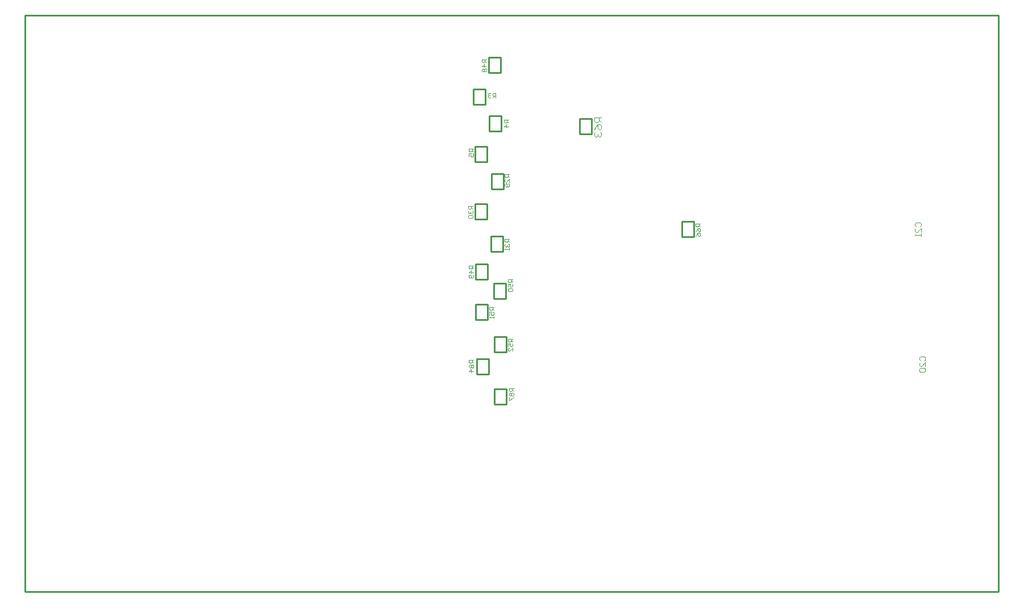
<source format=gbo>
G04 Layer_Color=32896*
%FSLAX44Y44*%
%MOMM*%
G71*
G01*
G75*
%ADD42C,0.2540*%
%ADD91C,0.0864*%
%ADD93C,0.0553*%
%ADD98C,0.0691*%
D42*
X970788Y533146D02*
Y556006D01*
X953008D02*
X970788D01*
X953008Y533146D02*
Y556006D01*
Y533146D02*
X970788D01*
X926338Y578612D02*
Y601472D01*
Y578612D02*
X944118D01*
Y601472D01*
X926338D02*
X944118D01*
X1232662Y783082D02*
Y805942D01*
Y783082D02*
X1250442D01*
Y805942D01*
X1232662D02*
X1250442D01*
X1097788Y936244D02*
Y959104D01*
X1080008D02*
X1097788D01*
X1080008Y936244D02*
Y959104D01*
Y936244D02*
X1097788D01*
X952754Y611632D02*
Y634492D01*
Y611632D02*
X970534D01*
Y634492D01*
X952754D02*
X970534D01*
X925195Y659257D02*
Y682117D01*
Y659257D02*
X942975D01*
Y682117D01*
X925195D02*
X942975D01*
X952119Y690880D02*
Y713740D01*
Y690880D02*
X969899D01*
Y713740D01*
X952119D02*
X969899D01*
X925449Y719582D02*
Y742442D01*
Y719582D02*
X943229D01*
Y742442D01*
X925449D02*
X943229D01*
X944626Y1027811D02*
Y1050671D01*
Y1027811D02*
X962406D01*
Y1050671D01*
X944626D02*
X962406D01*
X948055Y761492D02*
Y784352D01*
Y761492D02*
X965835D01*
Y784352D01*
X948055D02*
X965835D01*
X924179Y809752D02*
Y832612D01*
Y809752D02*
X941959D01*
Y832612D01*
X924179D02*
X941959D01*
X948563Y854456D02*
Y877316D01*
Y854456D02*
X966343D01*
Y877316D01*
X948563D02*
X966343D01*
X924433Y895350D02*
Y918210D01*
Y895350D02*
X942213D01*
Y918210D01*
X924433D02*
X942213D01*
X945388Y940816D02*
Y963676D01*
Y940816D02*
X963168D01*
Y963676D01*
X945388D02*
X963168D01*
X921512Y980059D02*
Y1002919D01*
Y980059D02*
X939292D01*
Y1002919D01*
X921512D02*
X939292D01*
X254000Y254000D02*
X1703837D01*
X1704088Y254251D01*
Y1113539D01*
X1704340Y1113790D01*
X254000D02*
X1704340D01*
X254000Y254000D02*
Y1113790D01*
D91*
X1112520Y961390D02*
X1101729D01*
Y955994D01*
X1103527Y954196D01*
X1107124D01*
X1108923Y955994D01*
Y961390D01*
Y957793D02*
X1112520Y954196D01*
X1101729Y943404D02*
X1103527Y947001D01*
X1107124Y950599D01*
X1110721D01*
X1112520Y948800D01*
Y945203D01*
X1110721Y943404D01*
X1108923D01*
X1107124Y945203D01*
Y950599D01*
X1103527Y939807D02*
X1101729Y938008D01*
Y934411D01*
X1103527Y932613D01*
X1105326D01*
X1107124Y934411D01*
Y936210D01*
Y934411D01*
X1108923Y932613D01*
X1110721D01*
X1112520Y934411D01*
Y938008D01*
X1110721Y939807D01*
D93*
X941070Y1047750D02*
X934163D01*
Y1044297D01*
X935314Y1043146D01*
X937617D01*
X938768Y1044297D01*
Y1047750D01*
Y1045448D02*
X941070Y1043146D01*
Y1037390D02*
X934163D01*
X937617Y1040843D01*
Y1036239D01*
X935314Y1033937D02*
X934163Y1032786D01*
Y1030484D01*
X935314Y1029333D01*
X936466D01*
X937617Y1030484D01*
X938768Y1029333D01*
X939919D01*
X941070Y1030484D01*
Y1032786D01*
X939919Y1033937D01*
X938768D01*
X937617Y1032786D01*
X936466Y1033937D01*
X935314D01*
X937617Y1032786D02*
Y1030484D01*
X1259840Y802640D02*
X1252933D01*
Y799187D01*
X1254084Y798036D01*
X1256387D01*
X1257538Y799187D01*
Y802640D01*
Y800338D02*
X1259840Y798036D01*
X1252933Y791129D02*
X1254084Y793431D01*
X1256387Y795733D01*
X1258689D01*
X1259840Y794582D01*
Y792280D01*
X1258689Y791129D01*
X1257538D01*
X1256387Y792280D01*
Y795733D01*
X1252933Y784222D02*
X1254084Y786525D01*
X1256387Y788827D01*
X1258689D01*
X1259840Y787676D01*
Y785374D01*
X1258689Y784222D01*
X1257538D01*
X1256387Y785374D01*
Y788827D01*
X955040Y990600D02*
Y997507D01*
X951587D01*
X950436Y996356D01*
Y994053D01*
X951587Y992902D01*
X955040D01*
X952738D02*
X950436Y990600D01*
X948133Y996356D02*
X946982Y997507D01*
X944680D01*
X943529Y996356D01*
Y995204D01*
X944680Y994053D01*
X945831D01*
X944680D01*
X943529Y992902D01*
Y991751D01*
X944680Y990600D01*
X946982D01*
X948133Y991751D01*
X974090Y957580D02*
X967183D01*
Y954127D01*
X968335Y952976D01*
X970637D01*
X971788Y954127D01*
Y957580D01*
Y955278D02*
X974090Y952976D01*
Y947220D02*
X967183D01*
X970637Y950673D01*
Y946069D01*
X922020Y914400D02*
X915113D01*
Y910947D01*
X916264Y909796D01*
X918567D01*
X919718Y910947D01*
Y914400D01*
Y912098D02*
X922020Y909796D01*
X915113Y902889D02*
Y907493D01*
X918567D01*
X917416Y905191D01*
Y904040D01*
X918567Y902889D01*
X920869D01*
X922020Y904040D01*
Y906342D01*
X920869Y907493D01*
X975360Y876300D02*
X968453D01*
Y872847D01*
X969604Y871696D01*
X971907D01*
X973058Y872847D01*
Y876300D01*
Y873998D02*
X975360Y871696D01*
Y864789D02*
Y869393D01*
X970756Y864789D01*
X969604D01*
X968453Y865940D01*
Y868242D01*
X969604Y869393D01*
X974209Y862487D02*
X975360Y861336D01*
Y859034D01*
X974209Y857883D01*
X969604D01*
X968453Y859034D01*
Y861336D01*
X969604Y862487D01*
X970756D01*
X971907Y861336D01*
Y857883D01*
X920750Y829310D02*
X913843D01*
Y825857D01*
X914995Y824706D01*
X917297D01*
X918448Y825857D01*
Y829310D01*
Y827008D02*
X920750Y824706D01*
X914995Y822403D02*
X913843Y821252D01*
Y818950D01*
X914995Y817799D01*
X916146D01*
X917297Y818950D01*
Y820101D01*
Y818950D01*
X918448Y817799D01*
X919599D01*
X920750Y818950D01*
Y821252D01*
X919599Y822403D01*
X914995Y815497D02*
X913843Y814346D01*
Y812044D01*
X914995Y810892D01*
X919599D01*
X920750Y812044D01*
Y814346D01*
X919599Y815497D01*
X914995D01*
X975360Y779780D02*
X968453D01*
Y776327D01*
X969604Y775176D01*
X971907D01*
X973058Y776327D01*
Y779780D01*
Y777478D02*
X975360Y775176D01*
X969604Y772873D02*
X968453Y771722D01*
Y769420D01*
X969604Y768269D01*
X970756D01*
X971907Y769420D01*
Y770571D01*
Y769420D01*
X973058Y768269D01*
X974209D01*
X975360Y769420D01*
Y771722D01*
X974209Y772873D01*
X975360Y765967D02*
Y763665D01*
Y764816D01*
X968453D01*
X969604Y765967D01*
X922020Y740410D02*
X915113D01*
Y736957D01*
X916264Y735806D01*
X918567D01*
X919718Y736957D01*
Y740410D01*
Y738108D02*
X922020Y735806D01*
Y730050D02*
X915113D01*
X918567Y733503D01*
Y728899D01*
X920869Y726597D02*
X922020Y725446D01*
Y723144D01*
X920869Y721992D01*
X916264D01*
X915113Y723144D01*
Y725446D01*
X916264Y726597D01*
X917416D01*
X918567Y725446D01*
Y721992D01*
X980440Y720090D02*
X973533D01*
Y716637D01*
X974685Y715486D01*
X976987D01*
X978138Y716637D01*
Y720090D01*
Y717788D02*
X980440Y715486D01*
X973533Y708579D02*
Y713183D01*
X976987D01*
X975836Y710881D01*
Y709730D01*
X976987Y708579D01*
X979289D01*
X980440Y709730D01*
Y712032D01*
X979289Y713183D01*
X974685Y706277D02*
X973533Y705126D01*
Y702824D01*
X974685Y701673D01*
X979289D01*
X980440Y702824D01*
Y705126D01*
X979289Y706277D01*
X974685D01*
X952500Y678180D02*
X945593D01*
Y674727D01*
X946745Y673576D01*
X949047D01*
X950198Y674727D01*
Y678180D01*
Y675878D02*
X952500Y673576D01*
X945593Y666669D02*
Y671273D01*
X949047D01*
X947896Y668971D01*
Y667820D01*
X949047Y666669D01*
X951349D01*
X952500Y667820D01*
Y670122D01*
X951349Y671273D01*
X952500Y664367D02*
Y662065D01*
Y663216D01*
X945593D01*
X946745Y664367D01*
X980440Y631190D02*
X973533D01*
Y627737D01*
X974685Y626586D01*
X976987D01*
X978138Y627737D01*
Y631190D01*
Y628888D02*
X980440Y626586D01*
X973533Y619679D02*
Y624283D01*
X976987D01*
X975836Y621981D01*
Y620830D01*
X976987Y619679D01*
X979289D01*
X980440Y620830D01*
Y623132D01*
X979289Y624283D01*
X980440Y612772D02*
Y617377D01*
X975836Y612772D01*
X974685D01*
X973533Y613924D01*
Y616226D01*
X974685Y617377D01*
X922020Y599440D02*
X915113D01*
Y595987D01*
X916264Y594836D01*
X918567D01*
X919718Y595987D01*
Y599440D01*
Y597138D02*
X922020Y594836D01*
X916264Y592533D02*
X915113Y591382D01*
Y589080D01*
X916264Y587929D01*
X917416D01*
X918567Y589080D01*
X919718Y587929D01*
X920869D01*
X922020Y589080D01*
Y591382D01*
X920869Y592533D01*
X919718D01*
X918567Y591382D01*
X917416Y592533D01*
X916264D01*
X918567Y591382D02*
Y589080D01*
X922020Y582174D02*
X915113D01*
X918567Y585627D01*
Y581022D01*
X981710Y557530D02*
X974803D01*
Y554077D01*
X975955Y552926D01*
X978257D01*
X979408Y554077D01*
Y557530D01*
Y555228D02*
X981710Y552926D01*
X975955Y550623D02*
X974803Y549472D01*
Y547170D01*
X975955Y546019D01*
X977106D01*
X978257Y547170D01*
X979408Y546019D01*
X980559D01*
X981710Y547170D01*
Y549472D01*
X980559Y550623D01*
X979408D01*
X978257Y549472D01*
X977106Y550623D01*
X975955D01*
X978257Y549472D02*
Y547170D01*
X974803Y543717D02*
Y539113D01*
X975955D01*
X980559Y543717D01*
X981710D01*
D98*
X1587926Y598764D02*
X1586487Y600203D01*
Y603081D01*
X1587926Y604520D01*
X1593681D01*
X1595120Y603081D01*
Y600203D01*
X1593681Y598764D01*
X1595120Y590131D02*
Y595887D01*
X1589364Y590131D01*
X1587926D01*
X1586487Y591570D01*
Y594448D01*
X1587926Y595887D01*
Y587254D02*
X1586487Y585815D01*
Y582937D01*
X1587926Y581498D01*
X1593681D01*
X1595120Y582937D01*
Y585815D01*
X1593681Y587254D01*
X1587926D01*
X1581322Y798662D02*
X1579883Y800101D01*
Y802979D01*
X1581322Y804418D01*
X1587077D01*
X1588516Y802979D01*
Y800101D01*
X1587077Y798662D01*
X1588516Y790029D02*
Y795785D01*
X1582760Y790029D01*
X1581322D01*
X1579883Y791468D01*
Y794346D01*
X1581322Y795785D01*
X1588516Y787152D02*
Y784274D01*
Y785713D01*
X1579883D01*
X1581322Y787152D01*
M02*

</source>
